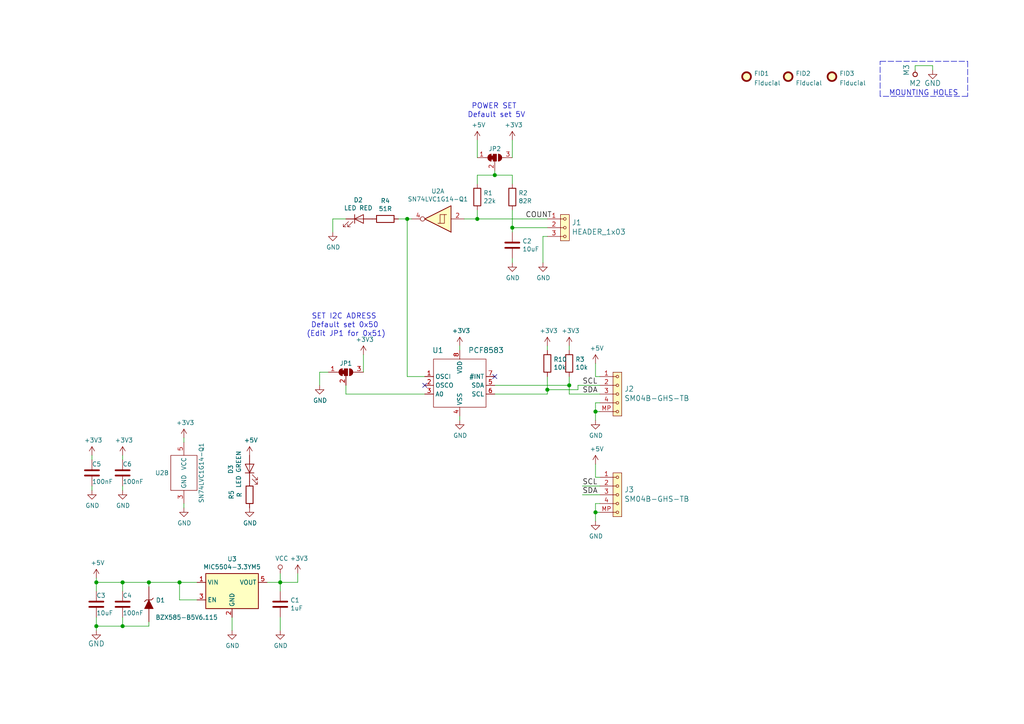
<source format=kicad_sch>
(kicad_sch (version 20211123) (generator eeschema)
  (paper "A4")
  (title_block (title "TFRPM01D") (date "2022-03-29") (company "ThunderFly s.r.o.") (comment 1 "RPM measuring device for UAVs") (comment 2 "Jacho  <info@thunderfly.cz>") (comment 3 "roman-dvorak"))
  (lib_symbols
    (symbol "Device:C" (pin_numbers hide) (pin_names (offset 0.254))
      (property "Reference" "C" (at 0.635 2.54 0))
      (property "Value" "C" (at 0.635 -2.54 0))
      (symbol "C_0_1"
        (polyline (pts (xy -2.032 -0.762) (xy 2.032 -0.762)) (stroke (width 0.508)))
        (polyline (pts (xy -2.032 0.762) (xy 2.032 0.762)) (stroke (width 0.508)))
      )
      (symbol "C_1_1"
        (pin passive line (at 0 3.81 270) (length 2.794) (name "~") (number "1"))
        (pin passive line (at 0 -3.81 90) (length 2.794) (name "~") (number "2"))
      )
    )
    (symbol "Device:LED" (pin_numbers hide) (pin_names (offset 1.016) hide)
      (property "Reference" "D" (at 0 2.54 0))
      (property "Value" "LED" (at 0 -2.54 0))
      (symbol "LED_0_1"
        (polyline (pts (xy -1.27 -1.27) (xy -1.27 1.27)) (stroke (width 0.2032)))
        (polyline (pts (xy -1.27 0) (xy 1.27 0)))
        (polyline (pts (xy 1.27 -1.27) (xy 1.27 1.27) (xy -1.27 0) (xy 1.27 -1.27)) (stroke (width 0.2032)))
        (polyline (pts (xy -3.048 -0.762) (xy -4.572 -2.286) (xy -3.81 -2.286) (xy -4.572 -2.286) (xy -4.572 -1.524)))
        (polyline (pts (xy -1.778 -0.762) (xy -3.302 -2.286) (xy -2.54 -2.286) (xy -3.302 -2.286) (xy -3.302 -1.524)))
      )
      (symbol "LED_1_1"
        (pin passive line (at -3.81 0 0) (length 2.54) (name "K") (number "1"))
        (pin passive line (at 3.81 0 180) (length 2.54) (name "A") (number "2"))
      )
    )
    (symbol "Device:R" (pin_numbers hide) (pin_names (offset 0))
      (property "Reference" "R" (at 2.032 0 90))
      (property "Value" "R" (at 0 0 90))
      (symbol "R_0_1"
        (rectangle (start -1.016 -2.54) (end 1.016 2.54) (stroke (width 0.254)))
      )
      (symbol "R_1_1"
        (pin passive line (at 0 3.81 270) (length 1.27) (name "~") (number "1"))
        (pin passive line (at 0 -3.81 90) (length 1.27) (name "~") (number "2"))
      )
    )
    (symbol "Jumper:SolderJumper_3_Bridged12" (pin_names (offset 0) hide)
      (property "Reference" "JP" (at -2.54 -2.54 0))
      (property "Value" "SolderJumper_3_Bridged12" (at 0 2.794 0))
      (symbol "SolderJumper_3_Bridged12_0_1"
        (rectangle (start -1.016 0.508) (end -0.508 -0.508) (fill (type outline)))
        (arc (start -1.016 1.016) (mid -2.032 0) (end -1.016 -1.016))
        (arc (start -1.016 1.016) (mid -2.032 0) (end -1.016 -1.016) (fill (type outline)))
        (rectangle (start -0.508 1.016) (end 0.508 -1.016) (fill (type outline)))
        (polyline (pts (xy -2.54 0) (xy -2.032 0)))
        (polyline (pts (xy -1.016 1.016) (xy -1.016 -1.016)))
        (polyline (pts (xy 0 -1.27) (xy 0 -1.016)))
        (polyline (pts (xy 1.016 1.016) (xy 1.016 -1.016)))
        (polyline (pts (xy 2.54 0) (xy 2.032 0)))
        (arc (start 1.016 -1.016) (mid 2.032 0) (end 1.016 1.016))
        (arc (start 1.016 -1.016) (mid 2.032 0) (end 1.016 1.016) (fill (type outline)))
      )
      (symbol "SolderJumper_3_Bridged12_1_1"
        (pin passive line (at -5.08 0 0) (length 2.54) (name "A") (number "1"))
        (pin input line (at 0 -3.81 90) (length 2.54) (name "C") (number "2"))
        (pin passive line (at 5.08 0 180) (length 2.54) (name "B") (number "3"))
      )
    )
    (symbol "MLAB_CONNECTORS_JST:SM04B-GHS-TB" (pin_names (offset 1.016))
      (property "Reference" "J" (at 0 -7.62 0))
      (property "Value" "SM04B-GHS-TB" (at 0 7.62 0))
      (symbol "SM04B-GHS-TB_0_1"
        (rectangle (start -1.27 6.35) (end 1.27 -6.35) (fill (type background)))
        (circle (center 0 -5.08) (radius 0.381))
        (circle (center 0 -2.54) (radius 0.381))
        (polyline (pts (xy -1.27 -5.08) (xy -0.381 -5.08)))
        (polyline (pts (xy -1.27 -2.54) (xy -0.381 -2.54)))
        (polyline (pts (xy -1.27 0) (xy -0.381 0)))
        (polyline (pts (xy -1.27 2.54) (xy -0.381 2.54)))
        (polyline (pts (xy -1.27 5.08) (xy -0.381 5.08)))
        (circle (center 0 0) (radius 0.381))
        (circle (center 0 2.54) (radius 0.381))
        (circle (center 0 5.08) (radius 0.381))
      )
      (symbol "SM04B-GHS-TB_1_1"
        (pin input line (at -5.08 5.08 0) (length 3.81) (name "~") (number "1"))
        (pin input line (at -5.08 2.54 0) (length 3.81) (name "~") (number "2"))
        (pin input line (at -5.08 0 0) (length 3.81) (name "~") (number "3"))
        (pin input line (at -5.08 -2.54 0) (length 3.81) (name "~") (number "4"))
        (pin input line (at -5.08 -5.08 0) (length 3.81) (name "~") (number "MP"))
      )
    )
    (symbol "MLAB_D:D_ZENER" (pin_numbers hide) (pin_names (offset 1.016) hide)
      (property "Reference" "D" (at 0 2.54 0))
      (property "Value" "D_ZENER" (at 0 -2.54 0))
      (symbol "D_ZENER_0_1"
        (polyline (pts (xy -1.778 1.27) (xy -1.27 0.762) (xy -1.27 -0.762) (xy -0.762 -1.27) (xy -0.762 -1.27)) (stroke (width 0.2032)))
        (polyline (pts (xy -1.27 0) (xy 1.27 1.27) (xy 1.27 -1.27) (xy -1.27 0) (xy -1.27 0)) (fill (type outline)))
      )
      (symbol "D_ZENER_1_1"
        (pin passive line (at -5.08 0 0) (length 3.81) (name "K") (number "1"))
        (pin passive line (at 5.08 0 180) (length 3.81) (name "A") (number "2"))
      )
    )
    (symbol "MLAB_HEADER:HEADER_1x03" (pin_names (offset 1.016))
      (property "Reference" "J" (at 0 -5.08 0))
      (property "Value" "HEADER_1x03" (at 0 5.08 0))
      (symbol "HEADER_1x03_0_1"
        (rectangle (start -1.27 3.81) (end 1.27 -3.81) (fill (type background)))
        (circle (center 0 -2.54) (radius 0.381))
        (polyline (pts (xy -1.27 -2.54) (xy -0.381 -2.54)))
        (polyline (pts (xy -1.27 0) (xy -0.381 0)))
        (polyline (pts (xy -1.27 2.54) (xy -0.381 2.54)))
        (circle (center 0 0) (radius 0.381))
        (circle (center 0 2.54) (radius 0.381))
      )
      (symbol "HEADER_1x03_1_1"
        (pin input line (at -5.08 2.54 0) (length 3.81) (name "~") (number "1"))
        (pin input line (at -5.08 0 0) (length 3.81) (name "~") (number "2"))
        (pin input line (at -5.08 -2.54 0) (length 3.81) (name "~") (number "3"))
      )
    )
    (symbol "MLAB_IO:74AHC1G14GV"
      (property "Reference" "U" (at -2.54 1.27 0))
      (property "Value" "74AHC1G14GV" (at 1.27 -6.35 0))
      (symbol "74AHC1G14GV_1_0"
        (polyline (pts (xy -3.81 3.81) (xy -3.81 -3.81) (xy 3.81 0) (xy -3.81 3.81)) (stroke (width 0.254)) (fill (type background)))
        (pin input line (at -7.62 0 0) (length 3.81) (name "~") (number "2"))
        (pin output inverted (at 7.62 0 180) (length 3.81) (name "~") (number "4"))
      )
      (symbol "74AHC1G14GV_1_1"
        (polyline (pts (xy -1.905 -1.27) (xy -1.905 1.27) (xy -0.635 1.27)))
        (polyline (pts (xy -2.54 -1.27) (xy -0.635 -1.27) (xy -0.635 1.27) (xy 0 1.27)))
      )
      (symbol "74AHC1G14GV_2_0"
        (pin input line (at 0 -8.89 90) (length 3.81) (name "GND") (number "3"))
        (pin input line (at 0 8.89 270) (length 3.81) (name "VCC") (number "5"))
      )
      (symbol "74AHC1G14GV_2_1"
        (rectangle (start -3.81 5.08) (end 3.81 -5.08))
      )
    )
    (symbol "MLAB_IO:PCF8583"
      (property "Reference" "U" (at -5.08 10.16 0))
      (property "Value" "PCF8583" (at 7.62 10.16 0))
      (symbol "PCF8583_0_1"
        (rectangle (start -7.62 8.89) (end 7.62 -5.08))
      )
      (symbol "PCF8583_1_1"
        (pin input line (at -10.16 3.81 0) (length 2.54) (name "OSCI") (number "1"))
        (pin output line (at -10.16 1.27 0) (length 2.54) (name "OSCO") (number "2"))
        (pin input line (at -10.16 -1.27 0) (length 2.54) (name "A0") (number "3"))
        (pin power_in line (at 0 -7.62 90) (length 2.54) (name "VSS") (number "4"))
        (pin bidirectional line (at 10.16 1.27 180) (length 2.54) (name "SDA") (number "5"))
        (pin input line (at 10.16 -1.27 180) (length 2.54) (name "SCL") (number "6"))
        (pin output line (at 10.16 3.81 180) (length 2.54) (name "#INT") (number "7"))
        (pin power_in line (at 0 11.43 270) (length 2.54) (name "VDD") (number "8"))
      )
    )
    (symbol "MLAB_MECHANICAL:HOLE" (pin_numbers hide) (pin_names (offset 1.016) hide)
      (property "Reference" "M" (at 0 2.54 0))
      (property "Value" "HOLE" (at 0 -2.54 0))
      (symbol "HOLE_0_1"
        (circle (center 0 0) (radius 0.635) (stroke (width 0.254)))
      )
      (symbol "HOLE_1_1"
        (pin input line (at 1.27 0 180) (length 0.635) (name "~") (number "1"))
      )
    )
    (symbol "Mechanical:Fiducial"
      (property "Reference" "FID" (at 0 5.08 0))
      (property "Value" "Fiducial" (at 0 3.175 0))
      (symbol "Fiducial_0_1"
        (circle (center 0 0) (radius 1.27) (stroke (width 0.508)) (fill (type background)))
      )
    )
    (symbol "Regulator_Linear:MIC5504-3.3YM5"
      (property "Reference" "U" (at -7.62 8.89 0))
      (property "Value" "MIC5504-3.3YM5" (at -7.62 6.35 0))
      (symbol "MIC5504-3.3YM5_0_1"
        (rectangle (start -7.62 -5.08) (end 7.62 5.08) (stroke (width 0.254)) (fill (type background)))
      )
      (symbol "MIC5504-3.3YM5_1_1"
        (pin power_in line (at -10.16 2.54 0) (length 2.54) (name "VIN") (number "1"))
        (pin power_in line (at 0 -7.62 90) (length 2.54) (name "GND") (number "2"))
        (pin input line (at -10.16 -2.54 0) (length 2.54) (name "EN") (number "3"))
        (pin no_connect line (at 7.62 -2.54 180) (length 2.54) hide (name "NC") (number "4"))
        (pin power_out line (at 10.16 2.54 180) (length 2.54) (name "VOUT") (number "5"))
      )
    )
    (symbol "power:+3V3" (power) (pin_names (offset 0))
      (property "Value" "+3V3" (at 0 3.556 0))
      (symbol "+3V3_0_1"
        (polyline (pts (xy -0.762 1.27) (xy 0 2.54)))
        (polyline (pts (xy 0 0) (xy 0 2.54)))
        (polyline (pts (xy 0 2.54) (xy 0.762 1.27)))
      )
      (symbol "+3V3_1_1"
        (pin power_in line (at 0 0 90) (length 0) hide (name "+3V3") (number "1"))
      )
    )
    (symbol "power:+5V" (power) (pin_names (offset 0))
      (property "Value" "+5V" (at 0 3.556 0))
      (symbol "+5V_0_1"
        (polyline (pts (xy -0.762 1.27) (xy 0 2.54)))
        (polyline (pts (xy 0 0) (xy 0 2.54)))
        (polyline (pts (xy 0 2.54) (xy 0.762 1.27)))
      )
      (symbol "+5V_1_1"
        (pin power_in line (at 0 0 90) (length 0) hide (name "+5V") (number "1"))
      )
    )
    (symbol "power:GND" (power) (pin_names (offset 0))
      (property "Value" "GND" (at 0 -3.81 0))
      (symbol "GND_0_1"
        (polyline (pts (xy 0 0) (xy 0 -1.27) (xy 1.27 -1.27) (xy 0 -2.54) (xy -1.27 -1.27) (xy 0 -1.27)))
      )
      (symbol "GND_1_1"
        (pin power_in line (at 0 0 270) (length 0) hide (name "GND") (number "1"))
      )
    )
    (symbol "power:VCC" (power) (pin_names (offset 0))
      (property "Value" "VCC" (at 0 3.81 0))
      (symbol "VCC_0_1"
        (polyline (pts (xy 0 0) (xy 0 1.27)))
        (circle (center 0 1.905) (radius 0.635))
      )
      (symbol "VCC_1_1"
        (pin power_in line (at 0 0 90) (length 0) hide (name "VCC") (number "1"))
      )
    )
  )
  (junction (at 165.1 111.76) (diameter 1.016))
  (junction (at 81.28 168.91) (diameter 1.016))
  (junction (at 148.59 66.04) (diameter 1.016))
  (junction (at 143.51 50.8) (diameter 1.016))
  (junction (at 138.43 63.5) (diameter 1.016))
  (junction (at 27.94 168.91) (diameter 1.016))
  (junction (at 35.56 168.91) (diameter 1.016))
  (junction (at 52.07 168.91) (diameter 1.016))
  (junction (at 172.72 148.59) (diameter 1.016))
  (junction (at 118.11 63.5) (diameter 1.016))
  (junction (at 172.72 119.38) (diameter 1.016))
  (junction (at 43.18 168.91) (diameter 1.016))
  (junction (at 158.75 113.03) (diameter 1.016))
  (junction (at 27.94 181.61) (diameter 1.016))
  (junction (at 35.56 181.61) (diameter 1.016))
  (no_connect (at 143.51 109.22))
  (no_connect (at 123.19 111.76))
  (wire (pts (xy 173.99 119.38) (xy 172.72 119.38)))
  (polyline (pts (xy 255.27 17.78) (xy 280.67 17.78)) (stroke (width 0) (type dash)))
  (wire (pts (xy 172.72 148.59) (xy 172.72 151.13)))
  (wire (pts (xy 172.72 109.22) (xy 173.99 109.22)))
  (wire (pts (xy 165.1 109.22) (xy 165.1 111.76)))
  (wire (pts (xy 27.94 181.61) (xy 27.94 182.88)))
  (wire (pts (xy 35.56 168.91) (xy 43.18 168.91)))
  (wire (pts (xy 138.43 63.5) (xy 158.75 63.5)))
  (wire (pts (xy 52.07 173.99) (xy 52.07 168.91)))
  (wire (pts (xy 168.91 140.97) (xy 173.99 140.97)))
  (wire (pts (xy 172.72 105.41) (xy 172.72 109.22)))
  (wire (pts (xy 67.31 179.07) (xy 67.31 182.88)))
  (wire (pts (xy 27.94 179.07) (xy 27.94 181.61)))
  (wire (pts (xy 35.56 181.61) (xy 43.18 181.61)))
  (wire (pts (xy 167.64 111.76) (xy 173.99 111.76)))
  (wire (pts (xy 57.15 173.99) (xy 52.07 173.99)))
  (wire (pts (xy 53.34 146.05) (xy 53.34 147.32)))
  (wire (pts (xy 172.72 134.62) (xy 172.72 138.43)))
  (wire (pts (xy 96.52 67.31) (xy 96.52 63.5)))
  (wire (pts (xy 118.11 63.5) (xy 118.11 109.22)))
  (wire (pts (xy 165.1 114.3) (xy 173.99 114.3)))
  (wire (pts (xy 96.52 63.5) (xy 100.33 63.5)))
  (wire (pts (xy 148.59 40.64) (xy 148.59 45.72)))
  (wire (pts (xy 53.34 127) (xy 53.34 128.27)))
  (wire (pts (xy 27.94 167.64) (xy 27.94 168.91)))
  (wire (pts (xy 27.94 171.45) (xy 27.94 168.91)))
  (wire (pts (xy 27.94 181.61) (xy 35.56 181.61)))
  (wire (pts (xy 138.43 50.8) (xy 143.51 50.8)))
  (wire (pts (xy 143.51 50.8) (xy 148.59 50.8)))
  (wire (pts (xy 167.64 113.03) (xy 167.64 111.76)))
  (wire (pts (xy 158.75 100.33) (xy 158.75 101.6)))
  (wire (pts (xy 165.1 100.33) (xy 165.1 101.6)))
  (wire (pts (xy 158.75 114.3) (xy 143.51 114.3)))
  (wire (pts (xy 158.75 68.58) (xy 157.48 68.58)))
  (wire (pts (xy 35.56 171.45) (xy 35.56 168.91)))
  (wire (pts (xy 92.71 107.95) (xy 92.71 111.76)))
  (wire (pts (xy 95.25 107.95) (xy 92.71 107.95)))
  (wire (pts (xy 118.11 109.22) (xy 123.19 109.22)))
  (wire (pts (xy 172.72 138.43) (xy 173.99 138.43)))
  (wire (pts (xy 43.18 180.34) (xy 43.18 181.61)))
  (wire (pts (xy 35.56 140.97) (xy 35.56 142.24)))
  (wire (pts (xy 173.99 146.05) (xy 172.72 146.05)))
  (wire (pts (xy 105.41 102.87) (xy 105.41 107.95)))
  (wire (pts (xy 172.72 146.05) (xy 172.72 148.59)))
  (polyline (pts (xy 280.67 27.94) (xy 255.27 27.94)) (stroke (width 0) (type dash)))
  (wire (pts (xy 43.18 168.91) (xy 52.07 168.91)))
  (wire (pts (xy 138.43 50.8) (xy 138.43 53.34)))
  (wire (pts (xy 165.1 111.76) (xy 165.1 114.3)))
  (wire (pts (xy 81.28 179.07) (xy 81.28 182.88)))
  (wire (pts (xy 172.72 116.84) (xy 172.72 119.38)))
  (wire (pts (xy 158.75 113.03) (xy 158.75 114.3)))
  (wire (pts (xy 138.43 60.96) (xy 138.43 63.5)))
  (wire (pts (xy 86.36 168.91) (xy 86.36 166.37)))
  (wire (pts (xy 157.48 68.58) (xy 157.48 76.2)))
  (wire (pts (xy 57.15 168.91) (xy 52.07 168.91)))
  (polyline (pts (xy 280.67 17.78) (xy 280.67 27.94)) (stroke (width 0) (type dash)))
  (wire (pts (xy 168.91 143.51) (xy 173.99 143.51)))
  (wire (pts (xy 270.51 19.05) (xy 265.43 19.05)))
  (wire (pts (xy 26.67 132.08) (xy 26.67 133.35)))
  (wire (pts (xy 172.72 119.38) (xy 172.72 121.92)))
  (wire (pts (xy 35.56 179.07) (xy 35.56 181.61)))
  (wire (pts (xy 148.59 50.8) (xy 148.59 53.34)))
  (wire (pts (xy 148.59 60.96) (xy 148.59 66.04)))
  (wire (pts (xy 148.59 66.04) (xy 148.59 67.31)))
  (wire (pts (xy 173.99 148.59) (xy 172.72 148.59)))
  (wire (pts (xy 81.28 166.37) (xy 81.28 168.91)))
  (wire (pts (xy 138.43 40.64) (xy 138.43 45.72)))
  (wire (pts (xy 115.57 63.5) (xy 118.11 63.5)))
  (wire (pts (xy 148.59 66.04) (xy 158.75 66.04)))
  (wire (pts (xy 133.35 121.92) (xy 133.35 120.65)))
  (wire (pts (xy 100.33 114.3) (xy 123.19 114.3)))
  (wire (pts (xy 158.75 109.22) (xy 158.75 113.03)))
  (wire (pts (xy 143.51 111.76) (xy 165.1 111.76)))
  (wire (pts (xy 35.56 132.08) (xy 35.56 133.35)))
  (wire (pts (xy 173.99 116.84) (xy 172.72 116.84)))
  (wire (pts (xy 148.59 74.93) (xy 148.59 76.2)))
  (wire (pts (xy 77.47 168.91) (xy 81.28 168.91)))
  (wire (pts (xy 81.28 168.91) (xy 81.28 171.45)))
  (wire (pts (xy 100.33 114.3) (xy 100.33 111.76)))
  (wire (pts (xy 270.51 20.32) (xy 270.51 19.05)))
  (wire (pts (xy 143.51 49.53) (xy 143.51 50.8)))
  (wire (pts (xy 118.11 63.5) (xy 119.38 63.5)))
  (wire (pts (xy 27.94 168.91) (xy 35.56 168.91)))
  (polyline (pts (xy 255.27 27.94) (xy 255.27 17.78)) (stroke (width 0) (type dash)))
  (wire (pts (xy 158.75 113.03) (xy 167.64 113.03)))
  (wire (pts (xy 134.62 63.5) (xy 138.43 63.5)))
  (wire (pts (xy 81.28 168.91) (xy 86.36 168.91)))
  (wire (pts (xy 265.43 20.32) (xy 265.43 19.05)))
  (wire (pts (xy 43.18 170.18) (xy 43.18 168.91)))
  (wire (pts (xy 26.67 140.97) (xy 26.67 142.24)))
  (wire (pts (xy 133.35 100.33) (xy 133.35 101.6)))
  (text "Default set 5V" (at 152.4 34.29 180) (effects (font (size 1.524 1.524)) (justify right bottom)))
  (text "(Edit JP1 for 0x51)" (at 88.9 97.79 0) (effects (font (size 1.524 1.524)) (justify left bottom)))
  (text "MOUNTING HOLES" (at 257.81 27.94 0) (effects (font (size 1.524 1.524)) (justify left bottom)))
  (text "Default set 0x50" (at 90.17 95.25 0) (effects (font (size 1.524 1.524)) (justify left bottom)))
  (text "POWER SET\n" (at 149.86 31.75 180) (effects (font (size 1.524 1.524)) (justify right bottom)))
  (text "SET I2C ADRESS" (at 109.22 92.71 180) (effects (font (size 1.524 1.524)) (justify right bottom)))
  (label "SCL" (at 168.91 111.76 0) (effects (font (size 1.524 1.524))))
  (label "SDA" (at 168.91 114.3 0) (effects (font (size 1.524 1.524))))
  (label "COUNT" (at 152.4 63.5 0) (effects (font (size 1.524 1.524))))
  (label "SDA" (at 168.91 143.51 0) (effects (font (size 1.524 1.524))))
  (label "SCL" (at 168.91 140.97 0) (effects (font (size 1.524 1.524))))
  (symbol (lib_id "power:GND") (at 27.94 182.88 0) (unit 1)
    (property "Reference" "#PWR012" (effects hide))
    (property "Value" "GND" (at 27.94 186.69 0) (effects (font (size 1.524 1.524))))
  )
  (symbol (lib_id "MLAB_MECHANICAL:HOLE") (at 265.43 21.59 90) (unit 1)
    (property "Reference" "M2" (at 265.43 24.13 90) (effects (font (size 1.524 1.524))))
    (property "Value" "M3" (at 262.89 20.32 0) (effects (font (size 1.524 1.524))))
    (property "Footprint" "Mlab_Mechanical:MountingHole_3mm" (effects hide))
  )
  (symbol (lib_id "power:GND") (at 270.51 20.32 0) (unit 1)
    (property "Reference" "#PWR013" (effects hide))
    (property "Value" "GND" (at 270.51 24.13 0) (effects (font (size 1.524 1.524))))
  )
  (symbol (lib_id "Device:C") (at 35.56 175.26 0) (unit 1)
    (property "Reference" "C4" (at 35.56 172.72 0) (effects (justify left)))
    (property "Value" "100nF" (at 35.56 177.8 0) (effects (justify left)))
    (property "Footprint" "Capacitor_SMD:C_0603_1608Metric" (effects hide))
    (property "UST_ID" "5c70984812875079b91f8bf2" (effects hide))
  )
  (symbol (lib_id "MLAB_IO:PCF8583") (at 133.35 113.03 0) (unit 1)
    (property "Reference" "U1" (at 127 101.6 0) (effects (font (size 1.524 1.524))))
    (property "Value" "PCF8583" (at 140.97 101.6 0) (effects (font (size 1.524 1.524))))
    (property "Footprint" "Mlab_IO:SOT176-1" (effects hide))
    (property "UST_ID" "5c70984712875079b91f8b59" (effects hide))
  )
  (symbol (lib_id "power:GND") (at 133.35 121.92 0) (unit 1)
    (property "Reference" "#PWR06" (effects hide))
    (property "Value" "GND" (at 133.477 126.3142 0))
  )
  (symbol (lib_id "power:GND") (at 172.72 121.92 0) (unit 1)
    (property "Reference" "#PWR09" (effects hide))
    (property "Value" "GND" (at 172.847 126.3142 0))
  )
  (symbol (lib_id "Device:R") (at 165.1 105.41 0) (unit 1)
    (property "Reference" "R3" (at 166.878 104.2416 0) (effects (justify left)))
    (property "Value" "10k" (at 166.878 106.553 0) (effects (justify left)))
    (property "Footprint" "Resistor_SMD:R_0603_1608Metric" (effects hide))
    (property "UST_ID" "5c70984612875079b91f899f" (effects hide))
  )
  (symbol (lib_id "Device:R") (at 158.75 105.41 0) (unit 1)
    (property "Reference" "R10" (at 160.528 104.242 0) (effects (justify left)))
    (property "Value" "10k" (at 160.528 106.553 0) (effects (justify left)))
    (property "Footprint" "Resistor_SMD:R_0603_1608Metric" (effects hide))
    (property "UST_ID" "5c70984612875079b91f899f" (effects hide))
  )
  (symbol (lib_id "power:GND") (at 92.71 111.76 0) (unit 1)
    (property "Reference" "#PWR04" (effects hide))
    (property "Value" "GND" (at 92.837 116.1542 0))
  )
  (symbol (lib_id "Device:C") (at 27.94 175.26 0) (unit 1)
    (property "Reference" "C3" (at 27.94 172.72 0) (effects (justify left)))
    (property "Value" "10uF" (at 27.94 177.8 0) (effects (justify left)))
    (property "Footprint" "Capacitor_SMD:C_0603_1608Metric" (effects hide))
  )
  (symbol (lib_id "MLAB_D:D_ZENER") (at 43.18 175.26 270) (unit 1)
    (property "Reference" "D1" (at 45.1866 174.0916 90) (effects (justify left)))
    (property "Value" "BZX585-B5V6.115" (at 45.085 179.07 90) (effects (justify left)))
    (property "Footprint" "Diode_SMD:D_SOD-523" (effects hide))
    (property "UST_ID" "60879d38128750769ee58e48" (effects hide))
  )
  (symbol (lib_id "MLAB_IO:74AHC1G14GV") (at 127 63.5 180) (unit 1)
    (property "Reference" "U2" (at 127 55.4482 0))
    (property "Value" "SN74LVC1G14-Q1" (at 127 57.76 0))
    (property "Footprint" "Package_TO_SOT_SMD:SOT-353_SC-70-5" (effects hide))
    (property "Datasheet" "http://www.ti.com/lit/gpn/sn74HC14" (effects hide))
    (property "UST_ID" "604b05e1128750769e5b106e" (effects hide))
  )
  (symbol (lib_id "Device:LED") (at 104.14 63.5 0) (unit 1)
    (property "Reference" "D2" (at 103.9114 58.0136 0))
    (property "Value" "LED RED" (at 103.9114 60.325 0))
    (property "Footprint" "Mlab_D:LED_1206_2" (effects hide))
    (property "UST_ID" "5c70984412875079b91f8896" (effects hide))
  )
  (symbol (lib_id "power:GND") (at 96.52 67.31 0) (unit 1)
    (property "Reference" "#PWR014" (effects hide))
    (property "Value" "GND" (at 96.647 71.7042 0))
  )
  (symbol (lib_id "Device:R") (at 138.43 57.15 0) (unit 1)
    (property "Reference" "R1" (at 140.208 55.9816 0) (effects (justify left)))
    (property "Value" "22k" (at 140.208 58.293 0) (effects (justify left)))
    (property "Footprint" "Resistor_SMD:R_0805_2012Metric" (effects hide))
    (property "UST_ID" "5c70984712875079b91f8a87" (effects hide))
  )
  (symbol (lib_id "Device:R") (at 111.76 63.5 270) (unit 1)
    (property "Reference" "R4" (at 111.76 58.2422 90))
    (property "Value" "51R" (at 111.76 60.554 90))
    (property "Footprint" "Resistor_SMD:R_0603_1608Metric" (effects hide))
    (property "UST_ID" "5c70984512875079b91f8953" (effects hide))
  )
  (symbol (lib_id "power:+5V") (at 138.43 40.64 0) (unit 1)
    (property "Reference" "#PWR0101" (effects hide))
    (property "Value" "+5V" (at 138.811 36.2458 0))
  )
  (symbol (lib_id "power:+5V") (at 27.94 167.64 0) (unit 1)
    (property "Reference" "#PWR0105" (effects hide))
    (property "Value" "+5V" (at 28.321 163.2458 0))
  )
  (symbol (lib_id "power:+3V3") (at 105.41 102.87 0) (unit 1)
    (property "Reference" "#PWR0106" (effects hide))
    (property "Value" "+3V3" (at 105.791 98.4758 0))
  )
  (symbol (lib_id "power:+3V3") (at 148.59 40.64 0) (unit 1)
    (property "Reference" "#PWR0104" (effects hide))
    (property "Value" "+3V3" (at 148.971 36.2458 0))
  )
  (symbol (lib_id "power:+3V3") (at 165.1 100.33 0) (unit 1)
    (property "Reference" "#PWR0108" (effects hide))
    (property "Value" "+3V3" (at 165.481 95.9358 0))
  )
  (symbol (lib_id "MLAB_HEADER:HEADER_1x03") (at 163.83 66.04 0) (unit 1)
    (property "Reference" "J1" (at 165.8112 64.5414 0) (effects (font (size 1.524 1.524)) (justify left)))
    (property "Value" "HEADER_1x03" (at 165.8112 67.2592 0) (effects (font (size 1.524 1.524)) (justify left)))
    (property "Footprint" "Connector_PinHeader_2.54mm:PinHeader_1x03_P2.54mm_Horizontal" (effects hide))
  )
  (symbol (lib_id "power:+5V") (at 172.72 105.41 0) (unit 1)
    (property "Reference" "#PWR0109" (effects hide))
    (property "Value" "+5V" (at 173.101 101.0158 0))
  )
  (symbol (lib_id "MLAB_CONNECTORS_JST:SM04B-GHS-TB") (at 179.07 143.51 0) (unit 1)
    (property "Reference" "J3" (at 181.0512 142.0114 0) (effects (font (size 1.524 1.524)) (justify left)))
    (property "Value" "SM04B-GHS-TB" (at 181.0512 144.7292 0) (effects (font (size 1.524 1.524)) (justify left)))
    (property "Footprint" "Connector_JST:JST_GH_SM04B-GHS-TB_1x04-1MP_P1.25mm_Horizontal" (effects hide))
    (property "UST_ID" "5c86273d1287500b4e0280be" (effects hide))
  )
  (symbol (lib_id "power:GND") (at 172.72 151.13 0) (unit 1)
    (property "Reference" "#PWR0115" (effects hide))
    (property "Value" "GND" (at 172.847 155.5242 0))
  )
  (symbol (lib_id "power:+5V") (at 172.72 134.62 0) (unit 1)
    (property "Reference" "#PWR0116" (effects hide))
    (property "Value" "+5V" (at 173.101 130.2258 0))
  )
  (symbol (lib_id "power:GND") (at 148.59 76.2 0) (unit 1)
    (property "Reference" "#PWR0103" (effects hide))
    (property "Value" "GND" (at 148.717 80.5942 0))
  )
  (symbol (lib_id "power:+3V3") (at 133.35 100.33 0) (unit 1)
    (property "Reference" "#PWR0110" (effects hide))
    (property "Value" "+3V3" (at 133.731 95.9358 0))
  )
  (symbol (lib_id "Device:C") (at 148.59 71.12 0) (unit 1)
    (property "Reference" "C2" (at 151.511 69.9516 0) (effects (justify left)))
    (property "Value" "10uF" (at 151.511 72.263 0) (effects (justify left)))
    (property "Footprint" "Capacitor_SMD:C_0603_1608Metric" (effects hide))
  )
  (symbol (lib_id "Regulator_Linear:MIC5504-3.3YM5") (at 67.31 171.45 0) (unit 1)
    (property "Reference" "U3" (at 67.31 162.1282 0))
    (property "Value" "MIC5504-3.3YM5" (at 67.31 164.4396 0))
    (property "Footprint" "Package_TO_SOT_SMD:SOT-23-5" (effects hide))
    (property "Datasheet" "http://ww1.microchip.com/downloads/en/DeviceDoc/MIC550X.pdf" (effects hide))
    (property "UST_ID" "5c7255e81287500b4e112ea2" (effects hide))
  )
  (symbol (lib_id "power:VCC") (at 81.28 166.37 0) (unit 1)
    (property "Reference" "#PWR0111" (effects hide))
    (property "Value" "VCC" (at 81.7118 161.9758 0))
  )
  (symbol (lib_id "power:+3V3") (at 86.36 166.37 0) (unit 1)
    (property "Reference" "#PWR0112" (effects hide))
    (property "Value" "+3V3" (at 86.741 161.9758 0))
  )
  (symbol (lib_id "power:GND") (at 67.31 182.88 0) (unit 1)
    (property "Reference" "#PWR0113" (effects hide))
    (property "Value" "GND" (at 67.437 187.2742 0))
  )
  (symbol (lib_id "power:GND") (at 157.48 76.2 0) (unit 1)
    (property "Reference" "#PWR0102" (effects hide))
    (property "Value" "GND" (at 157.607 80.5942 0))
  )
  (symbol (lib_id "Device:C") (at 26.67 137.16 0) (unit 1)
    (property "Reference" "C5" (at 26.67 134.62 0) (effects (justify left)))
    (property "Value" "100nF" (at 26.67 139.7 0) (effects (justify left)))
    (property "Footprint" "Capacitor_SMD:C_0603_1608Metric" (effects hide))
    (property "UST_ID" "5c70984812875079b91f8bf2" (effects hide))
  )
  (symbol (lib_id "power:+3V3") (at 26.67 132.08 0) (unit 1)
    (property "Reference" "#PWR0117" (effects hide))
    (property "Value" "+3V3" (at 27.051 127.6858 0))
  )
  (symbol (lib_id "power:GND") (at 26.67 142.24 0) (unit 1)
    (property "Reference" "#PWR0118" (effects hide))
    (property "Value" "GND" (at 26.797 146.6342 0))
  )
  (symbol (lib_id "MLAB_CONNECTORS_JST:SM04B-GHS-TB") (at 179.07 114.3 0) (unit 1)
    (property "Reference" "J2" (at 181.0512 112.8014 0) (effects (font (size 1.524 1.524)) (justify left)))
    (property "Value" "SM04B-GHS-TB" (at 181.0512 115.5192 0) (effects (font (size 1.524 1.524)) (justify left)))
    (property "Footprint" "Connector_JST:JST_GH_SM04B-GHS-TB_1x04-1MP_P1.25mm_Horizontal" (effects hide))
    (property "UST_ID" "5c86273d1287500b4e0280be" (effects hide))
  )
  (symbol (lib_id "power:GND") (at 35.56 142.24 0) (unit 1)
    (property "Reference" "#PWR0119" (effects hide))
    (property "Value" "GND" (at 35.687 146.6342 0))
  )
  (symbol (lib_id "power:+3V3") (at 35.56 132.08 0) (unit 1)
    (property "Reference" "#PWR0120" (effects hide))
    (property "Value" "+3V3" (at 35.941 127.6858 0))
  )
  (symbol (lib_id "Device:C") (at 35.56 137.16 0) (unit 1)
    (property "Reference" "C6" (at 35.56 134.62 0) (effects (justify left)))
    (property "Value" "100nF" (at 35.56 139.7 0) (effects (justify left)))
    (property "Footprint" "Capacitor_SMD:C_0603_1608Metric" (effects hide))
    (property "UST_ID" "5c70984812875079b91f8bf2" (effects hide))
  )
  (symbol (lib_id "Device:C") (at 81.28 175.26 0) (unit 1)
    (property "Reference" "C1" (at 84.201 174.0916 0) (effects (justify left)))
    (property "Value" "1uF" (at 84.201 176.403 0) (effects (justify left)))
    (property "Footprint" "Capacitor_SMD:C_0603_1608Metric" (effects hide))
    (property "UST_ID" "5c70984812875079b91f8bc2" (effects hide))
  )
  (symbol (lib_id "power:GND") (at 81.28 182.88 0) (unit 1)
    (property "Reference" "#PWR0114" (effects hide))
    (property "Value" "GND" (at 81.407 187.2742 0))
  )
  (symbol (lib_id "MLAB_IO:74AHC1G14GV") (at 53.34 137.16 0) (mirror y) (unit 2)
    (property "Reference" "U2" (at 46.99 137.16 0))
    (property "Value" "SN74LVC1G14-Q1" (at 58.42 137.16 90))
    (property "Footprint" "Package_TO_SOT_SMD:SOT-353_SC-70-5" (effects hide))
    (property "Datasheet" "http://www.ti.com/lit/gpn/sn74HC14" (effects hide))
    (property "UST_ID" "604b05e1128750769e5b106e" (effects hide))
  )
  (symbol (lib_id "power:+3V3") (at 53.34 127 0) (unit 1)
    (property "Reference" "#PWR0121" (effects hide))
    (property "Value" "+3V3" (at 53.721 122.6058 0))
  )
  (symbol (lib_id "power:GND") (at 53.34 147.32 0) (unit 1)
    (property "Reference" "#PWR0122" (effects hide))
    (property "Value" "GND" (at 53.467 151.7142 0))
  )
  (symbol (lib_id "power:+3V3") (at 158.75 100.33 0) (unit 1)
    (property "Reference" "#PWR0107" (effects hide))
    (property "Value" "+3V3" (at 159.131 95.9358 0))
  )
  (symbol (lib_id "Device:R") (at 148.59 57.15 180) (unit 1)
    (property "Reference" "R2" (at 150.368 55.982 0) (effects (justify right)))
    (property "Value" "82R" (at 150.368 58.293 0) (effects (justify right)))
    (property "Footprint" "Resistor_SMD:R_0805_2012Metric" (effects hide))
    (property "UST_ID" "5c70984512875079b91f8976" (effects hide))
  )
  (symbol (lib_id "Device:R") (at 72.39 143.51 0) (unit 1)
    (property "Reference" "R5" (at 67.1322 143.51 90))
    (property "Value" "R" (at 69.444 143.51 90))
    (property "Footprint" "Resistor_SMD:R_0603_1608Metric" (effects hide))
    (property "UST_ID" "5c70984512875079b91f8953" (effects hide))
  )
  (symbol (lib_id "Device:LED") (at 72.39 135.89 90) (unit 1)
    (property "Reference" "D3" (at 66.9036 136.1186 0))
    (property "Value" "LED GREEN" (at 69.215 136.1186 0))
    (property "Footprint" "Mlab_D:LED_1206_2" (effects hide))
  )
  (symbol (lib_id "Jumper:SolderJumper_3_Bridged12") (at 143.51 45.72 0) (unit 1)
    (property "Reference" "JP2" (at 143.51 43.1608 0))
    (property "Value" "SolderJumper_3_Bridged12" (effects hide))
    (property "Footprint" "Jumper:SolderJumper-3_P1.3mm_Bridged12_RoundedPad1.0x1.5mm" (effects hide))
  )
  (symbol (lib_id "power:GND") (at 72.39 147.32 0) (unit 1)
    (property "Reference" "#PWR02" (effects hide))
    (property "Value" "GND" (at 72.517 151.7142 0))
  )
  (symbol (lib_id "Mechanical:Fiducial") (at 216.535 22.225 0) (unit 1)
    (property "Reference" "FID1" (at 218.694 21.3165 0) (effects (justify left)))
    (property "Value" "Fiducial" (at 218.694 24.0916 0) (effects (justify left)))
    (property "Footprint" "Fiducial:Fiducial_0.5mm_Mask1.5mm" (effects hide))
  )
  (symbol (lib_id "Mechanical:Fiducial") (at 228.6 22.225 0) (unit 1)
    (property "Reference" "FID2" (at 230.759 21.3165 0) (effects (justify left)))
    (property "Value" "Fiducial" (at 230.759 24.0916 0) (effects (justify left)))
    (property "Footprint" "Fiducial:Fiducial_0.5mm_Mask1.5mm" (effects hide))
  )
  (symbol (lib_id "power:+5V") (at 72.39 132.08 0) (unit 1)
    (property "Reference" "#PWR01" (effects hide))
    (property "Value" "+5V" (at 72.771 127.6858 0))
  )
  (symbol (lib_id "Jumper:SolderJumper_3_Bridged12") (at 100.33 107.95 0) (unit 1)
    (property "Reference" "JP1" (at 100.33 105.3908 0))
    (property "Value" "SolderJumper_3_Bridged12" (effects hide))
    (property "Footprint" "Jumper:SolderJumper-3_P1.3mm_Bridged12_RoundedPad1.0x1.5mm" (effects hide))
  )
  (symbol (lib_id "Mechanical:Fiducial") (at 241.3 22.225 0) (unit 1)
    (property "Reference" "FID3" (at 243.459 21.3165 0) (effects (justify left)))
    (property "Value" "Fiducial" (at 243.459 24.0916 0) (effects (justify left)))
    (property "Footprint" "Fiducial:Fiducial_0.5mm_Mask1.5mm" (effects hide))
  )
)
</source>
